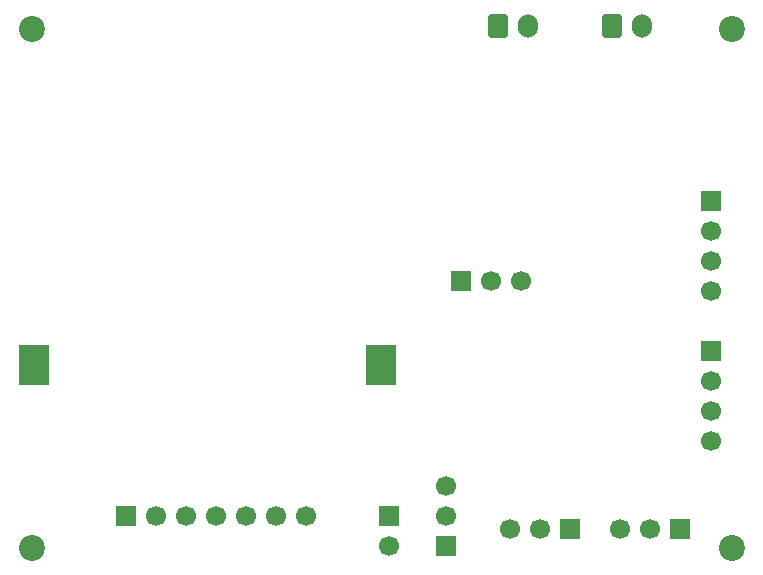
<source format=gbs>
G04 #@! TF.GenerationSoftware,KiCad,Pcbnew,9.0.5*
G04 #@! TF.CreationDate,2025-12-05T09:09:27+01:00*
G04 #@! TF.ProjectId,PCB Main,50434220-4d61-4696-9e2e-6b696361645f,rev?*
G04 #@! TF.SameCoordinates,Original*
G04 #@! TF.FileFunction,Soldermask,Bot*
G04 #@! TF.FilePolarity,Negative*
%FSLAX46Y46*%
G04 Gerber Fmt 4.6, Leading zero omitted, Abs format (unit mm)*
G04 Created by KiCad (PCBNEW 9.0.5) date 2025-12-05 09:09:27*
%MOMM*%
%LPD*%
G01*
G04 APERTURE LIST*
G04 Aperture macros list*
%AMRoundRect*
0 Rectangle with rounded corners*
0 $1 Rounding radius*
0 $2 $3 $4 $5 $6 $7 $8 $9 X,Y pos of 4 corners*
0 Add a 4 corners polygon primitive as box body*
4,1,4,$2,$3,$4,$5,$6,$7,$8,$9,$2,$3,0*
0 Add four circle primitives for the rounded corners*
1,1,$1+$1,$2,$3*
1,1,$1+$1,$4,$5*
1,1,$1+$1,$6,$7*
1,1,$1+$1,$8,$9*
0 Add four rect primitives between the rounded corners*
20,1,$1+$1,$2,$3,$4,$5,0*
20,1,$1+$1,$4,$5,$6,$7,0*
20,1,$1+$1,$6,$7,$8,$9,0*
20,1,$1+$1,$8,$9,$2,$3,0*%
G04 Aperture macros list end*
%ADD10R,1.700000X1.700000*%
%ADD11C,1.700000*%
%ADD12RoundRect,0.250000X-0.600000X-0.750000X0.600000X-0.750000X0.600000X0.750000X-0.600000X0.750000X0*%
%ADD13O,1.700000X2.000000*%
%ADD14C,2.200000*%
%ADD15R,2.600000X3.500000*%
G04 APERTURE END LIST*
D10*
X74815657Y-51846424D03*
D11*
X74815657Y-54386424D03*
X74815657Y-56926424D03*
X74815657Y-59466424D03*
D10*
X72215657Y-66892424D03*
D11*
X69675657Y-66892424D03*
X67135657Y-66892424D03*
D12*
X66453657Y-24279924D03*
D13*
X68953657Y-24279924D03*
D14*
X17284657Y-68541424D03*
X17284657Y-24541424D03*
D10*
X25285657Y-65816424D03*
D11*
X27825657Y-65816424D03*
X30365657Y-65816424D03*
X32905657Y-65816424D03*
X35445657Y-65816424D03*
X37985657Y-65816424D03*
X40525657Y-65816424D03*
D10*
X47510657Y-65811424D03*
D11*
X47510657Y-68351424D03*
D12*
X56781657Y-24287424D03*
D13*
X59281657Y-24287424D03*
D10*
X62877657Y-66892424D03*
D11*
X60337657Y-66892424D03*
X57797657Y-66892424D03*
D10*
X74815657Y-39146424D03*
D11*
X74815657Y-41686424D03*
X74815657Y-44226424D03*
X74815657Y-46766424D03*
D14*
X76593657Y-68541424D03*
D10*
X53606657Y-45877424D03*
D11*
X56146657Y-45877424D03*
X58686657Y-45877424D03*
D14*
X76593657Y-24541424D03*
D10*
X52336657Y-68356424D03*
D11*
X52336657Y-65816424D03*
X52336657Y-63276424D03*
D15*
X46843657Y-52989424D03*
X17443657Y-52989424D03*
M02*

</source>
